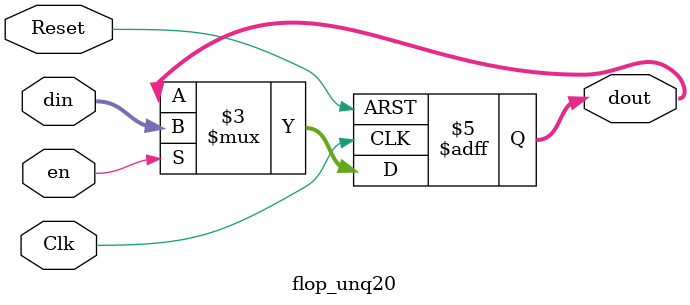
<source format=sv>

/* *****************************************************************************
 * File: flop.vp
 * 
 * Description:
 * Genesis2 flip-flop generator.
 * 
 * Required Genesis2 Controlable Parameters:
 * * Type		- Constant, Flop, RFlop, EFlop, or REFlop
 * * Width		- integer value specifying register width
 * * Default		- default value for the flop 
 *			 (only applies when flop_type=constant|rflop|reflop)
 * * SyncMode		- Sync or ASync flop * Change bar:
 * 
 * 
 * -----------
 * Date          Author   Description
 * Mar 30, 2010  shacham  init version  --  
 * May 20, 2014  jingpu   Add Async mode, change to active low reset
 * 
 * ****************************************************************************/


/*******************************************************************************
 * REQUIRED PARAMETERIZATION
 ******************************************************************************/
// Type (_GENESIS2_INHERITANCE_PRIORITY_) = REFlop
//
// Default (_GENESIS2_INHERITANCE_PRIORITY_) = 0x10000
//
// Width (_GENESIS2_INHERITANCE_PRIORITY_) = 22
//
// SyncMode (_GENESIS2_DECLARATION_PRIORITY_) = ASync
//

module flop_unq20(
	       //inputs
	       input wire logic 		   Clk,
	       input wire logic [21:0]  din,
	       input wire logic 		   Reset,
	       input wire logic 		   en,

	       //outputs
	       output logic [21:0] dout
	       );


   /* synopsys dc_tcl_script_begin
    set_dont_retime [current_design] true
    set_optimize_registers false -design [current_design]
    */
   


   
   always_ff @(posedge Clk or negedge Reset) begin
      if (!Reset) 
	dout <= 22'h10000;
      else if (en)
	dout <= din;
   end

endmodule : flop_unq20

</source>
